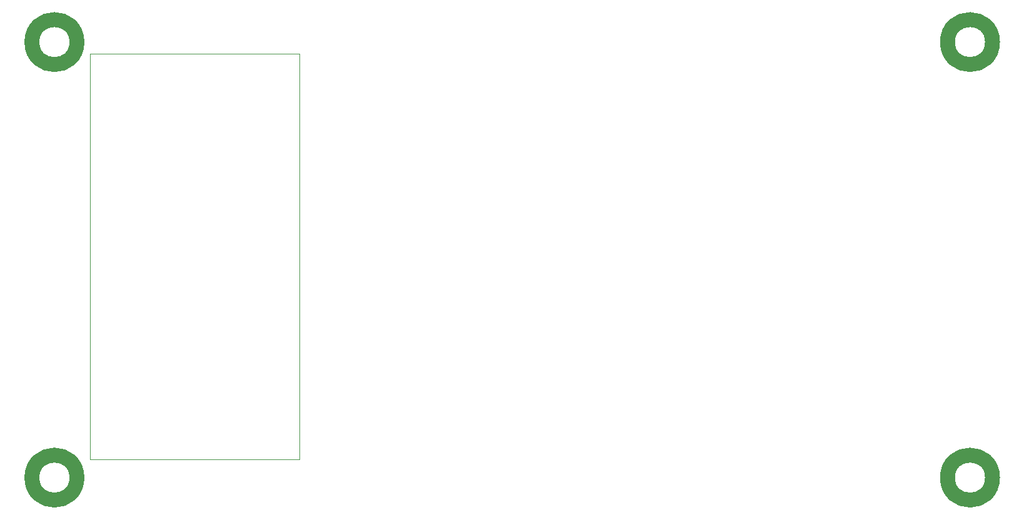
<source format=gbr>
%TF.GenerationSoftware,KiCad,Pcbnew,6.0.4-6f826c9f35~116~ubuntu20.04.1*%
%TF.CreationDate,2022-11-05T12:05:42+01:00*%
%TF.ProjectId,OST,4f53542e-6b69-4636-9164-5f7063625858,rev?*%
%TF.SameCoordinates,Original*%
%TF.FileFunction,Other,User*%
%FSLAX46Y46*%
G04 Gerber Fmt 4.6, Leading zero omitted, Abs format (unit mm)*
G04 Created by KiCad (PCBNEW 6.0.4-6f826c9f35~116~ubuntu20.04.1) date 2022-11-05 12:05:42*
%MOMM*%
%LPD*%
G01*
G04 APERTURE LIST*
%ADD10C,2.032000*%
%ADD11C,0.050000*%
G04 APERTURE END LIST*
D10*
%TO.C,H1*%
X213549100Y-134503600D02*
G75*
G03*
X213549100Y-134503600I-3048000J0D01*
G01*
%TO.C,H2*%
X213549100Y-75503600D02*
G75*
G03*
X213549100Y-75503600I-3048000J0D01*
G01*
%TO.C,H3*%
X89549100Y-134503600D02*
G75*
G03*
X89549100Y-134503600I-3048000J0D01*
G01*
%TO.C,H4*%
X89549100Y-75503600D02*
G75*
G03*
X89549100Y-75503600I-3048000J0D01*
G01*
D11*
%TO.C,MCU0*%
X91301100Y-132003600D02*
X91301100Y-77103600D01*
X119701100Y-132003600D02*
X91301100Y-132003600D01*
X119701100Y-77103600D02*
X119701100Y-132003600D01*
X91301100Y-77103600D02*
X119701100Y-77103600D01*
%TD*%
M02*

</source>
